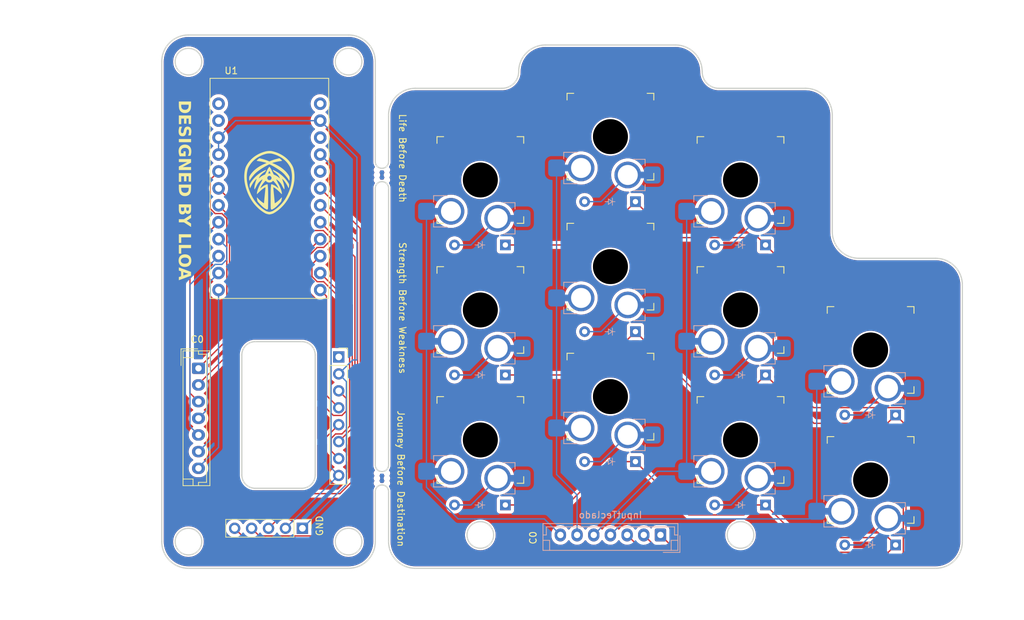
<source format=kicad_pcb>
(kicad_pcb (version 20240108) (generator "pcbnew") (generator_version "8.0")
  (layers (0 "F.Cu" signal) (31 "B.Cu" signal) (34 "B.Paste" user) (35 "F.Paste" user) (36 "B.SilkS" user "B.Silkscreen") (37 "F.SilkS" user "F.Silkscreen") (38 "B.Mask" user) (39 "F.Mask" user) (44 "Edge.Cuts" user))
  (net 0 "")
  (net 1 "Row 1")
  (net 3 "Row 0")
  (net 5 "Row 2")
  (net 8 "Column 0")
  (net 10 "Column 3")
  (net 11 "Column 1")
  (net 12 "Column 2")
  (net 13 "GROUND")
  (net 14 "MisoModu")
  (net 15 "MosiModu")
  (net 16 "NcsModu")
  (net 17 "SckModu")
  (net 18 "MtModu")
  (net 20 "Vin")
  (net 21 "VRX JS")
  (net 22 "SW JS")
  (net 23 "VRY JS")
  (net 24 "Net-(D1-A)")
  (net 25 "Row 0 IN")
  (net 26 "Net-(D2-A)")
  (net 27 "Net-(D3-A)")
  (net 28 "Row 1 IN")
  (net 29 "Net-(D4-A)")
  (net 30 "Net-(D5-A)")
  (net 31 "Net-(D6-A)")
  (net 32 "Net-(D7-A)")
  (net 33 "Row 2 IN")
  (net 34 "Net-(D8-A)")
  (net 35 "Net-(D9-A)")
  (net 36 "Net-(D10-A)")
  (net 37 "Net-(D11-A)")
  (net 38 "Column 0 IN")
  (net 39 "Column 3 IN")
  (net 40 "Column 2 IN")
  (net 41 "Column 1 IN")
  (footprint "key-switches.pretty-main:SW_Gateron_LowProfile_HotSwap_PTH" (layer "F.Cu") (at 156.75 41.75)
    (property "Reference" "S3" (hide yes))
    (property "Value" "Keyswitch" (hide yes))
    (pad "" np_thru_hole circle (at 0 0) (size 5.25 5.25) (drill 5.25) (layers "*.Mask"))
    (pad "1" smd roundrect (at -8.075 4.7) (size 2.5 2.55) (layers "B.Cu" "B.Paste" "B.Mask") (roundrect_rratio 0.2) (net 40 "Column 2 IN"))
    (pad "1" smd rect (at -6.35 4.7) (size 3.9 1) (layers "B.Cu") (net 40 "Column 2 IN"))
    (pad "1" thru_hole circle (at -4.4 4.7) (size 4 4) (drill 3) (layers "*.Cu" "B.Mask") (net 40 "Column 2 IN"))
    (pad "2" thru_hole circle (at 2.6 5.75) (size 4 4) (drill 3) (layers "*.Cu" "B.Mask") (net 27 "Net-(D3-A)"))
    (pad "2" smd rect (at 4.475 5.75) (size 3.75 1) (layers "B.Cu") (net 27 "Net-(D3-A)"))
    (pad "2" smd roundrect (at 6.275 5.75) (size 2.5 2.55) (layers "B.Cu" "B.Paste" "B.Mask") (roundrect_rratio 0.2) (net 27 "Net-(D3-A)"))
  )
  (footprint "key-switches.pretty-main:SW_Gateron_LowProfile_HotSwap_PTH" (layer "F.Cu") (at 137.25 74.25)
    (property "Reference" "S9" (hide yes))
    (property "Value" "Keyswitch" (hide yes))
    (pad "" np_thru_hole circle (at 0 0) (size 5.25 5.25) (drill 5.25) (layers "*.Mask"))
    (pad "1" smd roundrect (at -8.075 4.7) (size 2.5 2.55) (layers "B.Cu" "B.Paste" "B.Mask") (roundrect_rratio 0.2) (net 41 "Column 1 IN"))
    (pad "1" smd rect (at -6.35 4.7) (size 3.9 1) (layers "B.Cu") (net 41 "Column 1 IN"))
    (pad "1" thru_hole circle (at -4.4 4.7) (size 4 4) (drill 3) (layers "*.Cu" "B.Mask") (net 41 "Column 1 IN"))
    (pad "2" thru_hole circle (at 2.6 5.75) (size 4 4) (drill 3) (layers "*.Cu" "B.Mask") (net 35 "Net-(D9-A)"))
    (pad "2" smd rect (at 4.475 5.75) (size 3.75 1) (layers "B.Cu") (net 35 "Net-(D9-A)"))
    (pad "2" smd roundrect (at 6.275 5.75) (size 2.5 2.55) (layers "B.Cu" "B.Paste" "B.Mask") (roundrect_rratio 0.2) (net 35 "Net-(D9-A)"))
  )
  (footprint "LOGO" (layer "F.Cu") (at 86.13 42.121)
    (property "Reference" "G***" (hide yes))
    (property "Value" "LOGO" (hide yes))
  )
  (footprint "key-switches.pretty-main:SW_Gateron_LowProfile_HotSwap_PTH" (layer "F.Cu") (at 176.25 86.75)
    (property "Reference" "S11" (hide yes))
    (property "Value" "Keyswitch" (hide yes))
    (pad "" np_thru_hole circle (at 0 0) (size 5.25 5.25) (drill 5.25) (layers "*.Mask"))
    (pad "1" smd roundrect (at -8.075 4.7) (size 2.5 2.55) (layers "B.Cu" "B.Paste" "B.Mask") (roundrect_rratio 0.2) (net 39 "Column 3 IN"))
    (pad "1" smd rect (at -6.35 4.7) (size 3.9 1) (layers "B.Cu") (net 39 "Column 3 IN"))
    (pad "1" thru_hole circle (at -4.4 4.7) (size 4 4) (drill 3) (layers "*.Cu" "B.Mask") (net 39 "Column 3 IN"))
    (pad "2" thru_hole circle (at 2.6 5.75) (size 4 4) (drill 3) (layers "*.Cu" "B.Mask") (net 37 "Net-(D11-A)"))
    (pad "2" smd rect (at 4.475 5.75) (size 3.75 1) (layers "B.Cu") (net 37 "Net-(D11-A)"))
    (pad "2" smd roundrect (at 6.275 5.75) (size 2.5 2.55) (layers "B.Cu" "B.Paste" "B.Mask") (roundrect_rratio 0.2) (net 37 "Net-(D11-A)"))
  )
  (footprint "Connector_JST:JST_EH_B7B-EH-A_1x07_P2.50mm_Vertical" (layer "F.Cu") (at 75.5 70 -90)
    (property "Reference" "J5" (hide yes))
    (property "Value" "OutputTeclado" (hide yes))
    (pad "1" thru_hole roundrect (at 0 0 270) (size 1.7 1.95) (drill 0.95) (layers "*.Cu" "*.Mask") (roundrect_rratio 0.147059) (net 8 "Column 0"))
    (pad "2" thru_hole oval (at 2.5 0 270) (size 1.7 1.95) (drill 0.95) (layers "*.Cu" "*.Mask") (net 11 "Column 1"))
    (pad "3" thru_hole oval (at 5 0 270) (size 1.7 1.95) (drill 0.95) (layers "*.Cu" "*.Mask") (net 12 "Column 2"))
    (pad "4" thru_hole oval (at 7.5 0 270) (size 1.7 1.95) (drill 0.95) (layers "*.Cu" "*.Mask") (net 10 "Column 3"))
    (pad "5" thru_hole oval (at 10 0 270) (size 1.7 1.95) (drill 0.95) (layers "*.Cu" "*.Mask") (net 3 "Row 0"))
    (pad "6" thru_hole oval (at 12.5 0 270) (size 1.7 1.95) (drill 0.95) (layers "*.Cu" "*.Mask") (net 1 "Row 1"))
    (pad "7" thru_hole oval (at 15 0 270) (size 1.7 1.95) (drill 0.95) (layers "*.Cu" "*.Mask") (net 5 "Row 2"))
  )
  (footprint "key-switches.pretty-main:SW_Gateron_LowProfile_HotSwap_PTH" (layer "F.Cu") (at 117.75 80.75)
    (property "Reference" "S8" (hide yes))
    (property "Value" "Keyswitch" (hide yes))
    (pad "" np_thru_hole circle (at 0 0) (size 5.25 5.25) (drill 5.25) (layers "*.Mask"))
    (pad "1" smd roundrect (at -8.075 4.7) (size 2.5 2.55) (layers "B.Cu" "B.Paste" "B.Mask") (roundrect_rratio 0.2) (net 38 "Column 0 IN"))
    (pad "1" smd rect (at -6.35 4.7) (size 3.9 1) (layers "B.Cu") (net 38 "Column 0 IN"))
    (pad "1" thru_hole circle (at -4.4 4.7) (size 4 4) (drill 3) (layers "*.Cu" "B.Mask") (net 38 "Column 0 IN"))
    (pad "2" thru_hole circle (at 2.6 5.75) (size 4 4) (drill 3) (layers "*.Cu" "B.Mask") (net 34 "Net-(D8-A)"))
    (pad "2" smd rect (at 4.475 5.75) (size 3.75 1) (layers "B.Cu") (net 34 "Net-(D8-A)"))
    (pad "2" smd roundrect (at 6.275 5.75) (size 2.5 2.55) (layers "B.Cu" "B.Paste" "B.Mask") (roundrect_rratio 0.2) (net 34 "Net-(D8-A)"))
  )
  (footprint "key-switches.pretty-main:SW_Gateron_LowProfile_HotSwap_PTH" (layer "F.Cu") (at 176.25 67.25)
    (property "Reference" "S7" (hide yes))
    (property "Value" "Keyswitch" (hide yes))
    (pad "" np_thru_hole circle (at 0 0) (size 5.25 5.25) (drill 5.25) (layers "*.Mask"))
    (pad "1" smd roundrect (at -8.075 4.7) (size 2.5 2.55) (layers "B.Cu" "B.Paste" "B.Mask") (roundrect_rratio 0.2) (net 39 "Column 3 IN"))
    (pad "1" smd rect (at -6.35 4.7) (size 3.9 1) (layers "B.Cu") (net 39 "Column 3 IN"))
    (pad "1" thru_hole circle (at -4.4 4.7) (size 4 4) (drill 3) (layers "*.Cu" "B.Mask") (net 39 "Column 3 IN"))
    (pad "2" thru_hole circle (at 2.6 5.75) (size 4 4) (drill 3) (layers "*.Cu" "B.Mask") (net 32 "Net-(D7-A)"))
    (pad "2" smd rect (at 4.475 5.75) (size 3.75 1) (layers "B.Cu") (net 32 "Net-(D7-A)"))
    (pad "2" smd roundrect (at 6.275 5.75) (size 2.5 2.55) (layers "B.Cu" "B.Paste" "B.Mask") (roundrect_rratio 0.2) (net 32 "Net-(D7-A)"))
  )
  (footprint "key-switches.pretty-main:SW_Gateron_LowProfile_HotSwap_PTH" (layer "F.Cu") (at 156.75 61.25)
    (property "Reference" "S6" (hide yes))
    (property "Value" "Keyswitch" (hide yes))
    (pad "" np_thru_hole circle (at 0 0) (size 5.25 5.25) (drill 5.25) (layers "*.Mask"))
    (pad "1" smd roundrect (at -8.075 4.7) (size 2.5 2.55) (layers "B.Cu" "B.Paste" "B.Mask") (roundrect_rratio 0.2) (net 40 "Column 2 IN"))
    (pad "1" smd rect (at -6.35 4.7) (size 3.9 1) (layers "B.Cu") (net 40 "Column 2 IN"))
    (pad "1" thru_hole circle (at -4.4 4.7) (size 4 4) (drill 3) (layers "*.Cu" "B.Mask") (net 40 "Column 2 IN"))
    (pad "2" thru_hole circle (at 2.6 5.75) (size 4 4) (drill 3) (layers "*.Cu" "B.Mask") (net 31 "Net-(D6-A)"))
    (pad "2" smd rect (at 4.475 5.75) (size 3.75 1) (layers "B.Cu") (net 31 "Net-(D6-A)"))
    (pad "2" smd roundrect (at 6.275 5.75) (size 2.5 2.55) (layers "B.Cu" "B.Paste" "B.Mask") (roundrect_rratio 0.2) (net 31 "Net-(D6-A)"))
  )
  (footprint "SparkFun ProMicro:MODULE_DEV-12587" (layer "F.Cu") (at 86.13 43.01)
    (property "Reference" "U1" (at -5.715 -17.653 0) (layer "F.SilkS"))
    (property "Value" "DEV-12587")
    (pad "JP6_1" thru_hole circle (at 7.62 -12.7) (size 1.8796 1.8796) (drill 1.016) (layers "*.Cu" "*.Mask"))
    (pad "JP6_2" thru_hole circle (at 7.62 -10.16) (size 1.8796 1.8796) (drill 1.016) (layers "*.Cu" "*.Mask") (net 13 "GROUND"))
    (pad "JP6_3" thru_hole circle (at 7.62 -7.62) (size 1.8796 1.8796) (drill 1.016) (layers "*.Cu" "*.Mask"))
    (pad "JP6_4" thru_hole circle (at 7.62 -5.08) (size 1.8796 1.8796) (drill 1.016) (layers "*.Cu" "*.Mask") (net 20 "Vin"))
    (pad "JP6_5" thru_hole circle (at 7.62 -2.54) (size 1.8796 1.8796) (drill 1.016) (layers "*.Cu" "*.Mask"))
    (pad "JP6_6" thru_hole circle (at 7.62 0) (size 1.8796 1.8796) (drill 1.016) (layers "*.Cu" "*.Mask") (net 22 "SW JS"))
    (pad "JP6_7" thru_hole circle (at 7.62 2.54) (size 1.8796 1.8796) (drill 1.016) (layers "*.Cu" "*.Mask") (net 23 "VRY JS"))
    (pad "JP6_8" thru_hole circle (at 7.62 5.08) (size 1.8796 1.8796) (drill 1.016) (layers "*.Cu" "*.Mask") (net 21 "VRX JS"))
    (pad "JP6_9" thru_hole circle (at 7.62 7.62) (size 1.8796 1.8796) (drill 1.016) (layers "*.Cu" "*.Mask") (net 17 "SckModu"))
    (pad "JP6_10" thru_hole circle (at 7.62 10.16) (size 1.8796 1.8796) (drill 1.016) (layers "*.Cu" "*.Mask") (net 14 "MisoModu"))
    (pad "JP6_11" thru_hole circle (at 7.62 12.7) (size 1.8796 1.8796) (drill 1.016) (layers "*.Cu" "*.Mask") (net 15 "MosiModu"))
    (pad "JP6_12" thru_hole circle (at 7.62 15.24) (size 1.8796 1.8796) (drill 1.016) (layers "*.Cu" "*.Mask") (net 16 "NcsModu"))
    (pad "JP7_1" thru_hole circle (at -7.62 15.24) (size 1.8796 1.8796) (drill 1.016) (layers "*.Cu" "*.Mask") (net 5 "Row 2"))
    (pad "JP7_2" thru_hole circle (at -7.62 12.7) (size 1.8796 1.8796) (drill 1.016) (layers "*.Cu" "*.Mask") (net 1 "Row 1"))
    (pad "JP7_3" thru_hole circle (at -7.62 10.16) (size 1.8796 1.8796) (drill 1.016) (layers "*.Cu" "*.Mask") (net 3 "Row 0"))
    (pad "JP7_4" thru_hole circle (at -7.62 7.62) (size 1.8796 1.8796) (drill 1.016) (layers "*.Cu" "*.Mask") (net 10 "Column 3"))
    (pad "JP7_5" thru_hole circle (at -7.62 5.08) (size 1.8796 1.8796) (drill 1.016) (layers "*.Cu" "*.Mask") (net 12 "Column 2"))
    (pad "JP7_6" thru_hole circle (at -7.62 2.54) (size 1.8796 1.8796) (drill 1.016) (layers "*.Cu" "*.Mask") (net 11 "Column 1"))
    (pad "JP7_7" thru_hole circle (at -7.62 0) (size 1.8796 1.8796) (drill 1.016) (layers "*.Cu" "*.Mask") (net 18 "MtModu"))
    (pad "JP7_8" thru_hole circle (at -7.62 -2.54) (size 1.8796 1.8796) (drill 1.016) (layers "*.Cu" "*.Mask") (net 8 "Column 0"))
    (pad "JP7_9" thru_hole circle (at -7.62 -5.08) (size 1.8796 1.8796) (drill 1.016) (layers "*.Cu" "*.Mask") (net 13 "GROUND"))
    (pad "JP7_10" thru_hole circle (at -7.62 -7.62) (size 1.8796 1.8796) (drill 1.016) (layers "*.Cu" "*.Mask") (net 13 "GROUND"))
    (pad "JP7_11" thru_hole circle (at -7.62 -10.16) (size 1.8796 1.8796) (drill 1.016) (layers "*.Cu" "*.Mask"))
    (pad "JP7_12" thru_hole circle (at -7.62 -12.7) (size 1.8796 1.8796) (drill 1.016) (layers "*.Cu" "*.Mask"))
  )
  (footprint "key-switches.pretty-main:SW_Gateron_LowProfile_HotSwap_PTH" (layer "F.Cu") (at 137.25 35.25)
    (property "Reference" "S2" (hide yes))
    (property "Value" "Keyswitch" (hide yes))
    (pad "" np_thru_hole circle (at 0 0) (size 5.25 5.25) (drill 5.25) (layers "*.Mask"))
    (pad "1" smd roundrect (at -8.075 4.7) (size 2.5 2.55) (layers "B.Cu" "B.Paste" "B.Mask") (roundrect_rratio 0.2) (net 41 "Column 1 IN"))
    (pad "1" smd rect (at -6.35 4.7) (size 3.9 1) (layers "B.Cu") (net 41 "Column 1 IN"))
    (pad "1" thru_hole circle (at -4.4 4.7) (size 4 4) (drill 3) (layers "*.Cu" "B.Mask") (net 41 "Column 1 IN"))
    (pad "2" thru_hole circle (at 2.6 5.75) (size 4 4) (drill 3) (layers "*.Cu" "B.Mask") (net 26 "Net-(D2-A)"))
    (pad "2" smd rect (at 4.475 5.75) (size 3.75 1) (layers "B.Cu") (net 26 "Net-(D2-A)"))
    (pad "2" smd roundrect (at 6.275 5.75) (size 2.5 2.55) (layers "B.Cu" "B.Paste" "B.Mask") (roundrect_rratio 0.2) (net 26 "Net-(D2-A)"))
  )
  (footprint "key-switches.pretty-main:SW_Gateron_LowProfile_HotSwap_PTH" (layer "F.Cu") (at 156.75 80.75)
    (property "Reference" "S10" (hide yes))
    (property "Value" "Keyswitch" (hide yes))
    (pad "" np_thru_hole circle (at 0 0) (size 5.25 5.25) (drill 5.25) (layers "*.Mask"))
    (pad "1" smd roundrect (at -8.075 4.7) (size 2.5 2.55) (layers "B.Cu" "B.Paste" "B.Mask") (roundrect_rratio 0.2) (net 40 "Column 2 IN"))
    (pad "1" smd rect (at -6.35 4.7) (size 3.9 1) (layers "B.Cu") (net 40 "Column 2 IN"))
    (pad "1" thru_hole circle (at -4.4 4.7) (size 4 4) (drill 3) (layers "*.Cu" "B.Mask") (net 40 "Column 2 IN"))
    (pad "2" thru_hole circle (at 2.6 5.75) (size 4 4) (drill 3) (layers "*.Cu" "B.Mask") (net 36 "Net-(D10-A)"))
    (pad "2" smd rect (at 4.475 5.75) (size 3.75 1) (layers "B.Cu") (net 36 "Net-(D10-A)"))
    (pad "2" smd roundrect (at 6.275 5.75) (size 2.5 2.55) (layers "B.Cu" "B.Paste" "B.Mask") (roundrect_rratio 0.2) (net 36 "Net-(D10-A)"))
  )
  (footprint "key-switches.pretty-main:SW_Gateron_LowProfile_HotSwap_PTH" (layer "F.Cu") (at 137.25 54.75)
    (property "Reference" "S5" (hide yes))
    (property "Value" "Keyswitch" (hide yes))
    (pad "" np_thru_hole circle (at 0 0) (size 5.25 5.25) (drill 5.25) (layers "*.Mask"))
    (pad "1" smd roundrect (at -8.075 4.7) (size 2.5 2.55) (layers "B.Cu" "B.Paste" "B.Mask") (roundrect_rratio 0.2) (net 41 "Column 1 IN"))
    (pad "1" smd rect (at -6.35 4.7) (size 3.9 1) (layers "B.Cu") (net 41 "Column 1 IN"))
    (pad "1" thru_hole circle (at -4.4 4.7) (size 4 4) (drill 3) (layers "*.Cu" "B.Mask") (net 41 "Column 1 IN"))
    (pad "2" thru_hole circle (at 2.6 5.75) (size 4 4) (drill 3) (layers "*.Cu" "B.Mask") (net 30 "Net-(D5-A)"))
    (pad "2" smd rect (at 4.475 5.75) (size 3.75 1) (layers "B.Cu") (net 30 "Net-(D5-A)"))
    (pad "2" smd roundrect (at 6.275 5.75) (size 2.5 2.55) (layers "B.Cu" "B.Paste" "B.Mask") (roundrect_rratio 0.2) (net 30 "Net-(D5-A)"))
  )
  (footprint "Connector_PinHeader_2.54mm:PinHeader_1x05_P2.54mm_Vertical" (layer "F.Cu") (at 91.08 94 -90)
    (property "Reference" "J4")
    (property "Value" "JoyStickModule")
    (pad "1" thru_hole rect (at 0 0 270) (size 1.7 1.7) (drill 1) (layers "*.Cu" "*.Mask") (net 13 "GROUND"))
    (pad "2" thru_hole oval (at 0 2.54 270) (size 1.7 1.7) (drill 1) (layers "*.Cu" "*.Mask") (net 20 "Vin"))
    (pad "3" thru_hole oval (at 0 5.08 270) (size 1.7 1.7) (drill 1) (layers "*.Cu" "*.Mask") (net 21 "VRX JS"))
    (pad "4" thru_hole oval (at 0 7.62 270) (size 1.7 1.7) (drill 1) (layers "*.Cu" "*.Mask") (net 23 "VRY JS"))
    (pad "5" thru_hole oval (at 0 10.16 270) (size 1.7 1.7) (drill 1) (layers "*.Cu" "*.Mask") (net 22 "SW JS"))
  )
  (footprint "Panelization:mouse-bite-2mm-slot" (layer "F.Cu") (at 103 41 -90)
    (property "Reference" "mouse-bite-2mm-slot" (hide yes))
    (property "Value" "VAL**" (hide yes))
    (pad "" np_thru_hole circle (at -0.75 -0.75 270) (size 0.5 0.5) (drill 0.5) (layers "*.Cu" "*.Mask"))
    (pad "" np_thru_hole circle (at -0.75 0.75 270) (size 0.5 0.5) (drill 0.5) (layers "*.Cu" "*.Mask"))
    (pad "" np_thru_hole circle (at 0 -0.75 270) (size 0.5 0.5) (drill 0.5) (layers "*.Cu" "*.Mask"))
    (pad "" np_thru_hole circle (at 0 0.75 270) (size 0.5 0.5) (drill 0.5) (layers "*.Cu" "*.Mask"))
    (pad "" np_thru_hole circle (at 0.75 -0.75 270) (size 0.5 0.5) (drill 0.5) (layers "*.Cu" "*.Mask"))
    (pad "" np_thru_hole circle (at 0.75 0.75 270) (size 0.5 0.5) (drill 0.5) (layers "*.Cu" "*.Mask"))
  )
  (footprint "Connector_PinSocket_2.54mm:PinSocket_1x08_P2.54mm_Vertical" (layer "F.Cu") (at 96.525 68.3)
    (property "Reference" "J2" (hide yes))
    (property "Value" "MouseModule" (hide yes))
    (pad "1" thru_hole rect (at 0 0) (size 1.7 1.7) (drill 1) (layers "*.Cu" "*.Mask"))
    (pad "2" thru_hole oval (at 0 2.54) (size 1.7 1.7) (drill 1) (layers "*.Cu" "*.Mask") (net 13 "GROUND"))
    (pad "3" thru_hole oval (at 0 5.08) (size 1.7 1.7) (drill 1) (layers "*.Cu" "*.Mask") (net 18 "MtModu"))
    (pad "4" thru_hole oval (at 0 7.62) (size 1.7 1.7) (drill 1) (layers "*.Cu" "*.Mask") (net 16 "NcsModu"))
    (pad "5" thru_hole oval (at 0 10.16) (size 1.7 1.7) (drill 1) (layers "*.Cu" "*.Mask") (net 17 "SckModu"))
    (pad "6" thru_hole oval (at 0 12.7) (size 1.7 1.7) (drill 1) (layers "*.Cu" "*.Mask") (net 15 "MosiModu"))
    (pad "7" thru_hole oval (at 0 15.24) (size 1.7 1.7) (drill 1) (layers "*.Cu" "*.Mask") (net 14 "MisoModu"))
    (pad "8" thru_hole oval (at 0 17.78) (size 1.7 1.7) (drill 1) (layers "*.Cu" "*.Mask") (net 20 "Vin"))
  )
  (footprint "key-switches.pretty-main:SW_Gateron_LowProfile_HotSwap_PTH" (layer "F.Cu") (at 117.75 61.25)
    (property "Reference" "S4" (hide yes))
    (property "Value" "Keyswitch" (hide yes))
    (pad "" np_thru_hole circle (at 0 0) (size 5.25 5.25) (drill 5.25) (layers "*.Mask"))
    (pad "1" smd roundrect (at -8.075 4.7) (size 2.5 2.55) (layers "B.Cu" "B.Paste" "B.Mask") (roundrect_rratio 0.2) (net 38 "Column 0 IN"))
    (pad "1" smd rect (at -6.35 4.7) (size 3.9 1) (layers "B.Cu") (net 38 "Column 0 IN"))
    (pad "1" thru_hole circle (at -4.4 4.7) (size 4 4) (drill 3) (layers "*.Cu" "B.Mask") (net 38 "Column 0 IN"))
    (pad "2" thru_hole circle (at 2.6 5.75) (size 4 4) (drill 3) (layers "*.Cu" "B.Mask") (net 29 "Net-(D4-A)"))
    (pad "2" smd rect (at 4.475 5.75) (size 3.75 1) (layers "B.Cu") (net 29 "Net-(D4-A)"))
    (pad "2" smd roundrect (at 6.275 5.75) (size 2.5 2.55) (layers "B.Cu" "B.Paste" "B.Mask") (roundrect_rratio 0.2) (net 29 "Net-(D4-A)"))
  )
  (footprint "Panelization:mouse-bite-2mm-slot" (layer "F.Cu") (at 103 86.5 90)
    (property "Reference" "mouse-bite-2mm-slot" (hide yes))
    (property "Value" "VAL**" (hide yes))
    (pad "" np_thru_hole circle (at -0.75 -0.75 90) (size 0.5 0.5) (drill 0.5) (layers "*.Cu" "*.Mask"))
    (pad "" np_thru_hole circle (at -0.75 0.75 90) (size 0.5 0.5) (drill 0.5) (layers "*.Cu" "*.Mask"))
    (pad "" np_thru_hole circle (at 0 -0.75 90) (size 0.5 0.5) (drill 0.5) (layers "*.Cu" "*.Mask"))
    (pad "" np_thru_hole circle (at 0 0.75 90) (size 0.5 0.5) (drill 0.5) (layers "*.Cu" "*.Mask"))
    (pad "" np_thru_hole circle (at 0.75 -0.75 90) (size 0.5 0.5) (drill 0.5) (layers "*.Cu" "*.Mask"))
    (pad "" np_thru_hole circle (at 0.75 0.75 90) (size 0.5 0.5) (drill 0.5) (layers "*.Cu" "*.Mask"))
  )
  (footprint "key-switches.pretty-main:SW_Gateron_LowProfile_HotSwap_PTH" (layer "F.Cu") (at 117.75 41.75)
    (property "Reference" "S1" (hide yes))
    (property "Value" "Keyswitch" (hide yes))
    (pad "" np_thru_hole circle (at 0 0) (size 5.25 5.25) (drill 5.25) (layers "*.Mask"))
    (pad "1" smd roundrect (at -8.075 4.7) (size 2.5 2.55) (layers "B.Cu" "B.Paste" "B.Mask") (roundrect_rratio 0.2) (net 38 "Column 0 IN"))
    (pad "1" smd rect (at -6.35 4.7) (size 3.9 1) (layers "B.Cu") (net 38 "Column 0 IN"))
    (pad "1" thru_hole circle (at -4.4 4.7) (size 4 4) (drill 3) (layers "*.Cu" "B.Mask") (net 38 "Column 0 IN"))
    (pad "2" thru_hole circle (at 2.6 5.75) (size 4 4) (drill 3) (layers "*.Cu" "B.Mask") (net 24 "Net-(D1-A)"))
    (pad "2" smd rect (at 4.475 5.75) (size 3.75 1) (layers "B.Cu") (net 24 "Net-(D1-A)"))
    (pad "2" smd roundrect (at 6.275 5.75) (size 2.5 2.55) (layers "B.Cu" "B.Paste" "B.Mask") (roundrect_rratio 0.2) (net 24 "Net-(D1-A)"))
  )
  (footprint "ScottoKeebs_Components:Diode_DO-35" (layer "B.Cu") (at 121.5 51.5 180)
    (property "Reference" "D1" (hide yes))
    (property "Value" "Diode" (hide yes))
    (pad "1" thru_hole rect (at 0 0 180) (size 1.6 1.6) (drill 0.8) (layers "*.Cu" "*.Mask") (net 25 "Row 0 IN"))
    (pad "2" thru_hole oval (at 7.62 0 180) (size 1.6 1.6) (drill 0.8) (layers "*.Cu" "*.Mask") (net 24 "Net-(D1-A)"))
  )
  (footprint "ScottoKeebs_Components:Diode_DO-35" (layer "B.Cu") (at 141 84 180)
    (property "Reference" "D9" (hide yes))
    (property "Value" "Diode" (hide yes))
    (pad "1" thru_hole rect (at 0 0 180) (size 1.6 1.6) (drill 0.8) (layers "*.Cu" "*.Mask") (net 33 "Row 2 IN"))
    (pad "2" thru_hole oval (at 7.62 0 180) (size 1.6 1.6) (drill 0.8) (layers "*.Cu" "*.Mask") (net 35 "Net-(D9-A)"))
  )
  (footprint "ScottoKeebs_Components:Diode_DO-35" (layer "B.Cu") (at 141 45 180)
    (property "Reference" "D2" (hide yes))
    (property "Value" "Diode" (hide yes))
    (pad "1" thru_hole rect (at 0 0 180) (size 1.6 1.6) (drill 0.8) (layers "*.Cu" "*.Mask") (net 25 "Row 0 IN"))
    (pad "2" thru_hole oval (at 7.62 0 180) (size 1.6 1.6) (drill 0.8) (layers "*.Cu" "*.Mask") (net 26 "Net-(D2-A)"))
  )
  (footprint "ScottoKeebs_Components:Diode_DO-35" (layer "B.Cu") (at 160.5 51.5 180)
    (property "Reference" "D3" (hide yes))
    (property "Value" "Diode" (hide yes))
    (pad "1" thru_hole rect (at 0 0 180) (size 1.6 1.6) (drill 0.8) (layers "*.Cu" "*.Mask") (net 25 "Row 0 IN"))
    (pad "2" thru_hole oval (at 7.62 0 180) (size 1.6 1.6) (drill 0.8) (layers "*.Cu" "*.Mask") (net 27 "Net-(D3-A)"))
  )
  (footprint "ScottoKeebs_Components:Diode_DO-35" (layer "B.Cu") (at 160.5 90.5 180)
    (property "Reference" "D10" (hide yes))
    (property "Value" "Diode" (hide yes))
    (pad "1" thru_hole rect (at 0 0 180) (size 1.6 1.6) (drill 0.8) (layers "*.Cu" "*.Mask") (net 33 "Row 2 IN"))
    (pad "2" thru_hole oval (at 7.62 0 180) (size 1.6 1.6) (drill 0.8) (layers "*.Cu" "*.Mask") (net 36 "Net-(D10-A)"))
  )
  (footprint "ScottoKeebs_Components:Diode_DO-35" (layer "B.Cu") (at 121.5 90.5 180)
    (property "Reference" "D8" (hide yes))
    (property "Value" "Diode" (hide yes))
    (pad "1" thru_hole rect (at 0 0 180) (size 1.6 1.6) (drill 0.8) (layers "*.Cu" "*.Mask") (net 33 "Row 2 IN"))
    (pad "2" thru_hole oval (at 7.62 0 180) (size 1.6 1.6) (drill 0.8) (layers "*.Cu" "*.Mask") (net 34 "Net-(D8-A)"))
  )
  (footprint "Connector_JST:JST_EH_B7B-EH-A_1x07_P2.50mm_Vertical" (layer "B.Cu") (at 144.75 95 180)
    (property "Reference" "InputTeclado" (at 7.5 3 0) (layer "B.SilkS") (effects (justify mirror)))
    (property "Value" "Conn_01x07_Socket")
    (pad "1" thru_hole roundrect (at 0 0 180) (size 1.7 1.95) (drill 0.95) (layers "*.Cu" "*.Mask") (roundrect_rratio 0.147059) (net 33 "Row 2 IN"))
    (pad "2" thru_hole oval (at 2.5 0 180) (size 1.7 1.95) (drill 0.95) (layers "*.Cu" "*.Mask") (net 28 "Row 1 IN"))
    (pad "3" thru_hole oval (at 5 0 180) (size 1.7 1.95) (drill 0.95) (layers "*.Cu" "*.Mask") (net 25 "Row 0 IN"))
    (pad "4" thru_hole oval (at 7.5 0 180) (size 1.7 1.95) (drill 0.95) (layers "*.Cu" "*.Mask") (net 39 "Column 3 IN"))
    (pad "5" thru_hole oval (at 10 0 180) (size 1.7 1.95) (drill 0.95) (layers "*.Cu" "*.Mask") (net 40 "Column 2 IN"))
    (pad "6" thru_hole oval (at 12.5 0 180) (size 1.7 1.95) (drill 0.95) (layers "*.Cu" "*.Mask") (net 41 "Column 1 IN"))
    (pad "7" thru_hole oval (at 15 0 180) (size 1.7 1.95) (drill 0.95) (layers "*.Cu" "*.Mask") (net 38 "Column 0 IN"))
  )
  (footprint "ScottoKeebs_Components:Diode_DO-35" (layer "B.Cu") (at 180 77 180)
    (property "Reference" "D7" (hide yes))
    (property "Value" "Diode" (hide yes))
    (pad "1" thru_hole rect (at 0 0 180) (size 1.6 1.6) (drill 0.8) (layers "*.Cu" "*.Mask") (net 28 "Row 1 IN"))
    (pad "2" thru_hole oval (at 7.62 0 180) (size 1.6 1.6) (drill 0.8) (layers "*.Cu" "*.Mask") (net 32 "Net-(D7-A)"))
  )
  (footprint "ScottoKeebs_Components:Diode_DO-35" (layer "B.Cu") (at 160.5 71 180)
    (property "Reference" "D6" (hide yes))
    (property "Value" "Diode" (hide yes))
    (pad "1" thru_hole rect (at 0 0 180) (size 1.6 1.6) (drill 0.8) (layers "*.Cu" "*.Mask") (net 28 "Row 1 IN"))
    (pad "2" thru_hole oval (at 7.62 0 180) (size 1.6 1.6) (drill 0.8) (layers "*.Cu" "*.Mask") (net 31 "Net-(D6-A)"))
  )
  (footprint "ScottoKeebs_Components:Diode_DO-35" (layer "B.Cu") (at 180 96.5 180)
    (property "Reference" "D11" (hide yes))
    (property "Value" "Diode" (hide yes))
    (pad "1" thru_hole rect (at 0 0 180) (size 1.6 1.6) (drill 0.8) (layers "*.Cu" "*.Mask") (net 33 "Row 2 IN"))
    (pad "2" thru_hole oval (at 7.62 0 180) (size 1.6 1.6) (drill 0.8) (layers "*.Cu" "*.Mask") (net 37 "Net-(D11-A)"))
  )
  (footprint "ScottoKeebs_Components:Diode_DO-35" (layer "B.Cu") (at 121.5 71 180)
    (property "Reference" "D4" (hide yes))
    (property "Value" "Diode" (hide yes))
    (pad "1" thru_hole rect (at 0 0 180) (size 1.6 1.6) (drill 0.8) (layers "*.Cu" "*.Mask") (net 28 "Row 1 IN"))
    (pad "2" thru_hole oval (at 7.62 0 180) (size 1.6 1.6) (drill 0.8) (layers "*.Cu" "*.Mask") (net 29 "Net-(D4-A)"))
  )
  (footprint "ScottoKeebs_Components:Diode_DO-35" (layer "B.Cu") (at 141 64.5 180)
    (property "Reference" "D5" (hide yes))
    (property "Value" "Diode" (hide yes))
    (pad "1" thru_hole rect (at 0 0 180) (size 1.6 1.6) (drill 0.8) (layers "*.Cu" "*.Mask") (net 28 "Row 1 IN"))
    (pad "2" thru_hole oval (at 7.62 0 180) (size 1.6 1.6) (drill 0.8) (layers "*.Cu" "*.Mask") (net 30 "Net-(D5-A)"))
  )
  (gr_arc (start 91 66) (mid 92.414214 66.585786) (end 93 68) (stroke (width 0.2)) (layer "Edge.Cuts"))
  (gr_line (start 104 43) (end 104 84.5) (stroke (width 0.2)) (layer "Edge.Cuts"))
  (gr_arc (start 104 39) (mid 103 40) (end 102 39) (stroke (width 0.2)) (layer "Edge.Cuts"))
  (gr_circle (center 74 24) (end 74 22) (stroke (width 0.2)) (fill none) (layer "Edge.Cuts"))
  (gr_line (start 91 88) (end 84 88) (stroke (width 0.2)) (layer "Edge.Cuts"))
  (gr_line (start 70 96) (end 70 24) (stroke (width 0.2)) (layer "Edge.Cuts"))
  (gr_line (start 102 39) (end 102 29) (stroke (width 0.2)) (layer "Edge.Cuts"))
  (gr_line (start 102 84.5) (end 102 43) (stroke (width 0.2)) (layer "Edge.Cuts"))
  (gr_arc (start 102 96) (mid 100.828427 98.828427) (end 98 100) (stroke (width 0.2)) (layer "Edge.Cuts"))
  (gr_arc (start 84 88) (mid 82.585786 87.414214) (end 82 86) (stroke (width 0.2)) (layer "Edge.Cuts"))
  (gr_arc (start 70 24) (mid 71.171573 21.171573) (end 74 20) (stroke (width 0.2)) (layer "Edge.Cuts"))
  (gr_line (start 104 39) (end 104 32) (stroke (width 0.2)) (layer "Edge.Cuts"))
  (gr_arc (start 102 88.5) (mid 103 87.5) (end 104 88.5) (stroke (width 0.2)) (layer "Edge.Cuts"))
  (gr_arc (start 166.5 28) (mid 169.328427 29.171573) (end 170.5 32) (stroke (width 0.2)) (layer "Edge.Cuts"))
  (gr_arc (start 82 68) (mid 82.585786 66.585786) (end 84 66) (stroke (width 0.2)) (layer "Edge.Cuts"))
  (gr_arc (start 74 100) (mid 71.171573 98.828427) (end 70 96) (stroke (width 0.2)) (layer "Edge.Cuts"))
  (gr_line (start 98 100) (end 74 100) (stroke (width 0.2)) (layer "Edge.Cuts"))
  (gr_arc (start 123.5 25.5) (mid 124.671573 22.671573) (end 127.5 21.5) (stroke (width 0.2)) (layer "Edge.Cuts"))
  (gr_arc (start 147 21.5) (mid 149.828427 22.671573) (end 151 25.5) (stroke (width 0.2)) (layer "Edge.Cuts"))
  (gr_line (start 82 68) (end 82 86) (stroke (width 0.2)) (layer "Edge.Cuts"))
  (gr_line (start 108 28) (end 121 28) (stroke (width 0.2)) (layer "Edge.Cuts"))
  (gr_arc (start 153.5 28) (mid 151.732233 27.267767) (end 151 25.5) (stroke (width 0.2)) (layer "Edge.Cuts"))
  (gr_line (start 93 68) (end 93 86) (stroke (width 0.2)) (layer "Edge.Cuts"))
  (gr_arc (start 104 32) (mid 105.171573 29.171573) (end 108 28) (stroke (width 0.2)) (layer "Edge.Cuts"))
  (gr_line (start 186 53.5) (end 174.5 53.5) (stroke (width 0.2)) (layer "Edge.Cuts"))
  (gr_arc (start 108 100) (mid 105.171573 98.828427) (end 104 96) (stroke (width 0.2)) (layer "Edge.Cuts"))
  (gr_line (start 108 100) (end 186 100) (stroke (width 0.2)) (layer "Edge.Cuts"))
  (gr_circle (center 156.75 95) (end 158.75 95) (stroke (width 0.2)) (fill none) (layer "Edge.Cuts"))
  (gr_circle (center 98 96) (end 98 98) (stroke (width 0.2)) (fill none) (layer "Edge.Cuts"))
  (gr_line (start 74 20) (end 98 20) (stroke (width 0.2)) (layer "Edge.Cuts"))
  (gr_arc (start 123.5 25.5) (mid 122.767767 27.267767) (end 121 28) (stroke (width 0.2)) (layer "Edge.Cuts"))
  (gr_line (start 102 96) (end 102 88.5) (stroke (width 0.2)) (layer "Edge.Cuts"))
  (gr_arc (start 102 43) (mid 103 42) (end 104 43) (stroke (width 0.2)) (layer "Edge.Cuts"))
  (gr_line (start 91 66) (end 84 66) (stroke (width 0.2)) (layer "Edge.Cuts"))
  (gr_line (start 170.5 32) (end 170.5 49.5) (stroke (width 0.2)) (layer "Edge.Cuts"))
  (gr_line (start 127.5 21.5) (end 147 21.5) (stroke (width 0.2)) (layer "Edge.Cuts"))
  (gr_line (start 190 96) (end 190 57.5) (stroke (width 0.2)) (layer "Edge.Cuts"))
  (gr_line (start 166.5 28) (end 153.5 28) (stroke (width 0.2)) (layer "Edge.Cuts"))
  (gr_arc (start 190 96) (mid 188.828427 98.828427) (end 186 100) (stroke (width 0.2)) (layer "Edge.Cuts"))
  (gr_arc (start 98 20) (mid 100.828427 21.171573) (end 102 24) (stroke (width 0.2)) (layer "Edge.Cuts"))
  (gr_circle (center 98 24) (end 98 22) (stroke (width 0.2)) (fill none) (layer "Edge.Cuts"))
  (gr_line (start 102 29) (end 102 24) (stroke (width 0.2)) (layer "Edge.Cuts"))
  (gr_arc (start 93 86) (mid 92.414214 87.414214) (end 91 88) (stroke (width 0.2)) (layer "Edge.Cuts"))
  (gr_circle (center 117.75 95) (end 119.75 95) (stroke (width 0.2)) (fill none) (layer "Edge.Cuts"))
  (gr_arc (start 104 84.5) (mid 103 85.5) (end 102 84.5) (stroke (width 0.2)) (layer "Edge.Cuts"))
  (gr_arc (start 174.5 53.5) (mid 171.671573 52.328427) (end 170.5 49.5) (stroke (width 0.2)) (layer "Edge.Cuts"))
  (gr_line (start 104 96) (end 104 88.5) (stroke (width 0.2)) (layer "Edge.Cuts"))
  (gr_arc (start 186 53.5) (mid 188.828427 54.671573) (end 190 57.5) (stroke (width 0.2)) (layer "Edge.Cuts"))
  (gr_circle (center 74 96) (end 74 98) (stroke (width 0.2)) (fill none) (layer "Edge.Cuts"))
  (gr_text "Life Before Death" (at 105.5 31.75 270) (layer "F.SilkS") (effects (font (size 1 1)) (justify left bottom)))
  (gr_text "Strength Before Weakness" (at 105.5 51 270) (layer "F.SilkS") (effects (font (size 1 1)) (justify left bottom)))
  (gr_text "Journey Before Destination" (at 105.25 76.25 270) (layer "F.SilkS") (effects (font (size 1 1)) (justify left bottom)))
  (gr_text "GND" (at 94.25 95.25 90) (layer "F.SilkS") (effects (font (size 1 1)) (justify left bottom)))
  (gr_text "C0" (at 126.25 96.5 90) (layer "F.SilkS") (effects (font (size 1 1)) (justify left bottom)))
  (gr_text "C0" (at 74.25 66.25 0) (layer "F.SilkS") (effects (font (size 1 1)) (justify left bottom)))
  (gr_text "DESIGNED BY LLOA" (at 72.25 29.75 270) (layer "F.SilkS") (effects (font (size 1.8 1.8) (thickness 0.2) (bold yes)) (justify left bottom)))
  (segment (start 77.2702 80.7298) (end 77.2702 56.9498) (width 0.2) (layer "B.Cu") (net 1))
  (segment (start 77.2702 56.9498) (end 78.51 55.71) (width 0.2) (layer "B.Cu") (net 1))
  (segment (start 75.5 82.5) (end 77.2702 80.7298) (width 0.2) (layer "B.Cu") (net 1))
  (segment (start 75.5 80) (end 74.225 78.725) (width 0.2) (layer "B.Cu") (net 3))
  (segment (start 74.225 78.725) (end 74.225 57.455) (width 0.2) (layer "B.Cu") (net 3))
  (segment (start 74.225 57.455) (end 78.51 53.17) (width 0.2) (layer "B.Cu") (net 3))
  (segment (start 75.5 85) (end 75.5 84.875) (width 0.2) (layer "B.Cu") (net 5))
  (segment (start 75.5 84.875) (end 78.51 81.865) (width 0.2) (layer "B.Cu") (net 5))
  (segment (start 78.51 81.865) (end 78.51 58.25) (width 0.2) (layer "B.Cu") (net 5))
  (segment (start 79.7498 65.7502) (end 79.7498 47.516058) (width 0.2) (layer "F.Cu") (net 8))
  (segment (start 79.7498 47.516058) (end 79.023542 46.7898) (width 0.2) (layer "F.Cu") (net 8))
  (segment (start 79.023542 46.7898) (end 77.996458 46.7898) (width 0.2) (layer "F.Cu") (net 8))
  (segment (start 77.996458 46.7898) (end 77.2702 46.063542) (width 0.2) (layer "F.Cu") (net 8))
  (segment (start 77.2702 46.063542) (end 77.2702 41.7098) (width 0.2) (layer "F.Cu") (net 8))
  (segment (start 75.5 70) (end 79.7498 65.7502) (width 0.2) (layer "F.Cu") (net 8))
  (segment (start 77.2702 41.7098) (end 78.51 40.47) (width 0.2) (layer "F.Cu") (net 8))
  (segment (start 77.996458 54.4098) (end 79.023542 54.4098) (width 0.2) (layer "B.Cu") (net 10))
  (segment (start 79.7498 51.8698) (end 78.51 50.63) (width 0.2) (layer "B.Cu") (net 10))
  (segment (start 75.5 77.5) (end 76.775 76.225) (width 0.2) (layer "B.Cu") (net 10))
  (segment (start 79.7498 53.683542) (end 79.7498 51.8698) (width 0.2) (layer "B.Cu") (net 10))
  (segment (start 76.775 55.631258) (end 77.996458 54.4098) (width 0.2) (layer "B.Cu") (net 10))
  (segment (start 79.023542 54.4098) (end 79.7498 53.683542) (width 0.2) (layer "B.Cu") (net 10))
  (segment (start 76.775 76.225) (end 76.775 55.631258) (width 0.2) (layer "B.Cu") (net 10))
  (segment (start 80.1498 47.1898) (end 78.51 45.55) (width 0.2) (layer "F.Cu") (net 11))
  (segment (start 80.1498 67.7252) (end 80.1498 47.1898) (width 0.2) (layer "F.Cu") (net 11))
  (segment (start 75.5 72.5) (end 75.5 72.375) (width 0.2) (layer "F.Cu") (net 11))
  (segment (start 75.5 72.375) (end 80.1498 67.7252) (width 0.2) (layer "F.Cu") (net 11))
  (segment (start 74.225 52.375) (end 78.51 48.09) (width 0.2) (layer "F.Cu") (net 12))
  (segment (start 74.225 73.725) (end 74.225 52.375) (width 0.2) (layer "F.Cu") (net 12))
  (segment (start 75.5 75) (end 74.225 73.725) (width 0.2) (layer "F.Cu") (net 12))
  (segment (start 93.75 32.85) (end 99.25 38.35) (width 0.2) (layer "B.Cu") (net 13))
  (segment (start 99.25 38.35) (end 99.25 68.75) (width 0.2) (layer "B.Cu") (net 13))
  (segment (start 81.05 32.85) (end 78.51 35.39) (width 0.2) (layer "B.Cu") (net 13))
  (segment (start 78.51 35.39) (end 78.51 37.93) (width 0.2) (layer "B.Cu") (net 13))
  (segment (start 93.75 32.85) (end 81.05 32.85) (width 0.2) (layer "B.Cu") (net 13))
  (segment (start 97.675 87.405) (end 97.675 71.99) (width 0.2) (layer "B.Cu") (net 13))
  (segment (start 99.25 68.75) (end 98.615 68.75) (width 0.2) (layer "B.Cu") (net 13))
  (segment (start 97.675 71.99) (end 96.525 70.84) (width 0.2) (layer "B.Cu") (net 13))
  (segment (start 98.615 68.75) (end 96.525 70.84) (width 0.2) (layer "B.Cu") (net 13))
  (segment (start 91.08 94) (end 97.675 87.405) (width 0.2) (layer "B.Cu") (net 13))
  (segment (start 98.15 78.701346) (end 97.001346 79.85) (width 0.2) (layer "F.Cu") (net 14))
  (segment (start 95.375 82.39) (end 96.525 83.54) (width 0.2) (layer "F.Cu") (net 14))
  (segment (start 92.5102 56.223542) (end 93.296858 57.0102) (width 0.2) (layer "F.Cu") (net 14))
  (segment (start 96.048654 79.85) (end 95.375 80.523654) (width 0.2) (layer "F.Cu") (net 14))
  (segment (start 98.15 60.896658) (end 98.15 78.701346) (width 0.2) (layer "F.Cu") (net 14))
  (segment (start 95.375 80.523654) (end 95.375 82.39) (width 0.2) (layer "F.Cu") (net 14))
  (segment (start 94.263542 57.0102) (end 98.15 60.896658) (width 0.2) (layer "F.Cu") (net 14))
  (segment (start 92.5102 54.4098) (end 92.5102 56.223542) (width 0.2) (layer "F.Cu") (net 14))
  (segment (start 93.296858 57.0102) (end 94.263542 57.0102) (width 0.2) (layer "F.Cu") (net 14))
  (segment (start 93.75 53.17) (end 92.5102 54.4098) (width 0.2) (layer "F.Cu") (net 14))
  (segment (start 97.001346 79.85) (end 96.048654 79.85) (width 0.2) (layer "F.Cu") (net 14))
  (segment (start 98.55 60.51) (end 98.55 78.975) (width 0.2) (layer "F.Cu") (net 15))
  (segment (start 98.55 78.975) (end 96.525 81) (width 0.2) (layer "F.Cu") (net 15))
  (segment (start 93.75 55.71) (end 98.55 60.51) (width 0.2) (layer "F.Cu") (net 15))
  (segment (start 94.689799 59.189799) (end 94.689799 74.084799) (width 0.2) (layer "F.Cu") (net 16))
  (segment (start 94.689799 74.084799) (end 96.525 75.92) (width 0.2) (layer "F.Cu") (net 16))
  (segment (start 93.75 58.25) (end 94.689799 59.189799) (width 0.2) (layer "F.Cu") (net 16))
  (segment (start 81.25 86.75) (end 81.25 63.13) (width 0.2) (layer "F.Cu") (net 17))
  (segment (start 93.4 81.585) (end 93.4 87.00626) (width 0.2) (layer "F.Cu") (net 17))
  (segment (start 92.004324 88.401936) (end 82.901936 88.401936) (width 0.2) (layer "F.Cu") (net 17))
  (segment (start 81.25 63.13) (end 93.75 50.63) (width 0.2) (layer "F.Cu") (net 17))
  (segment (start 82.901936 88.401936) (end 81.25 86.75) (width 0.2) (layer "F.Cu") (net 17))
  (segment (start 96.525 78.46) (end 93.4 81.585) (width 0.2) (layer "F.Cu") (net 17))
  (segment (start 93.4 87.00626) (end 92.004324 88.401936) (width 0.2) (layer "F.Cu") (net 17))
  (segment (start 84.8298 49.3298) (end 78.51 43.01) (width 0.2) (layer "F.Cu") (net 18))
  (segment (start 91.25 53.916658) (end 93.296858 51.8698) (width 0.2) (layer "F.Cu") (net 18))
  (segment (start 93.407928 74.757928) (end 93.407928 59.907928) (width 0.2) (layer "F.Cu") (net 18))
  (segment (start 94.203142 49.3298) (end 84.8298 49.3298) (width 0.2) (layer "F.Cu") (net 18))
  (segment (start 95.72 77.07) (end 93.407928 74.757928) (width 0.2) (layer "F.Cu") (net 18))
  (segment (start 94.263542 51.8698) (end 95.25 50.883342) (width 0.2) (layer "F.Cu") (net 18))
  (segment (start 91.25 57.75) (end 91.25 53.916658) (width 0.2) (layer "F.Cu") (net 18))
  (segment (start 95.25 50.376658) (end 94.203142 49.3298) (width 0.2) (layer "F.Cu") (net 18))
  (segment (start 95.25 50.883342) (end 95.25 50.376658) (width 0.2) (layer "F.Cu") (net 18))
  (segment (start 97.675 76.396346) (end 97.001346 77.07) (width 0.2) (layer "F.Cu") (net 18))
  (segment (start 93.407928 59.907928) (end 91.25 57.75) (width 0.2) (layer "F.Cu") (net 18))
  (segment (start 97.675 74.53) (end 97.675 76.396346) (width 0.2) (layer "F.Cu") (net 18))
  (segment (start 96.525 73.38) (end 97.675 74.53) (width 0.2) (layer "F.Cu") (net 18))
  (segment (start 97.001346 77.07) (end 95.72 77.07) (width 0.2) (layer "F.Cu") (net 18))
  (segment (start 93.296858 51.8698) (end 94.263542 51.8698) (width 0.2) (layer "F.Cu") (net 18))
  (segment (start 88.54 94) (end 96.46 86.08) (width 0.2) (layer "B.Cu") (net 20))
  (segment (start 96.46 86.08) (end 96.525 86.08) (width 0.2) (layer "B.Cu") (net 20))
  (segment (start 96.525 86.08) (end 95.375 84.93) (width 0.2) (layer "B.Cu") (net 20))
  (segment (start 95.375 84.93) (end 95.375 39.555) (width 0.2) (layer "B.Cu") (net 20))
  (segment (start 95.375 39.555) (end 93.75 37.93) (width 0.2) (layer "B.Cu") (net 20))
  (segment (start 86 94) (end 91.197063 88.802937) (width 0.2) (layer "F.Cu") (net 21))
  (segment (start 91.197063 88.802937) (end 96.697063 88.802937) (width 0.2) (layer "F.Cu") (net 21))
  (segment (start 98.95 86.55) (end 98.95 53.29) (width 0.2) (layer "F.Cu") (net 21))
  (segment (start 96.697063 88.802937) (end 98.95 86.55) (width 0.2) (layer "F.Cu") (net 21))
  (segment (start 98.95 53.29) (end 93.75 48.09) (width 0.2) (layer "F.Cu") (net 21))
  (segment (start 80.92 94) (end 82.47 95.55) (width 0.2) (layer "F.Cu") (net 22))
  (segment (start 93.015686 95.55) (end 99.75 88.815686) (width 0.2) (layer "F.Cu") (net 22))
  (segment (start 99.75 49.01) (end 93.75 43.01) (width 0.2) (layer "F.Cu") (net 22))
  (segment (start 99.75 88.815686) (end 99.75 49.01) (width 0.2) (layer "F.Cu") (net 22))
  (segment (start 82.47 95.55) (end 93.015686 95.55) (width 0.2) (layer "F.Cu") (net 22))
  (segment (start 99.35 88.65) (end 99.35 51.15) (width 0.2) (layer "F.Cu") (net 23))
  (segment (start 84.61 95.15) (end 92.85 95.15) (width 0.2) (layer "F.Cu") (net 23))
  (segment (start 99.35 51.15) (end 93.75 45.55) (width 0.2) (layer "F.Cu") (net 23))
  (segment (start 83.46 94) (end 84.61 95.15) (width 0.2) (layer "F.Cu") (net 23))
  (segment (start 92.85 95.15) (end 99.35 88.65) (width 0.2) (layer "F.Cu") (net 23))
  (segment (start 120.35 47.5) (end 116.35 51.5) (width 0.2) (layer "B.Cu") (net 24))
  (segment (start 116.35 51.5) (end 113.88 51.5) (width 0.2) (layer "B.Cu") (net 24))
  (segment (start 181.55 76.35) (end 181.55 97.865686) (width 0.2) (layer "F.Cu") (net 25))
  (segment (start 161.65 69.85) (end 167.7 75.9) (width 0.2) (layer "F.Cu") (net 25))
  (segment (start 146.4 50.4) (end 159.4 50.4) (width 0.2) (layer "F.Cu") (net 25))
  (segment (start 121.5 51.5) (end 134.5 51.5) (width 0.2) (layer "F.Cu") (net 25))
  (segment (start 181.55 97.865686) (end 180.915686 98.5) (width 0.2) (layer "F.Cu") (net 25))
  (segment (start 160.5 51.5) (end 161.65 52.65) (width 0.2) (layer "F.Cu") (net 25))
  (segment (start 167.7 75.9) (end 181.1 75.9) (width 0.2) (layer "F.Cu") (net 25))
  (segment (start 134.5 51.5) (end 141 45) (width 0.2) (layer "F.Cu") (net 25))
  (segment (start 143.25 98.5) (end 139.75 95) (width 0.2) (layer "F.Cu") (net 25))
  (segment (start 141 45) (end 146.4 50.4) (width 0.2) (layer "F.Cu") (net 25))
  (segment (start 180.915686 98.5) (end 143.25 98.5) (width 0.2) (layer "F.Cu") (net 25))
  (segment (start 181.1 75.9) (end 181.55 76.35) (width 0.2) (layer "F.Cu") (net 25))
  (segment (start 159.4 50.4) (end 160.5 51.5) (width 0.2) (layer "F.Cu") (net 25))
  (segment (start 161.65 52.65) (end 161.65 69.85) (width 0.2) (layer "F.Cu") (net 25))
  (segment (start 135.85 45) (end 133.38 45) (width 0.2) (layer "B.Cu") (net 26))
  (segment (start 139.85 41) (end 135.85 45) (width 0.2) (layer "B.Cu") (net 26))
  (segment (start 155.35 51.5) (end 152.88 51.5) (width 0.2) (layer "B.Cu") (net 27))
  (segment (start 159.35 47.5) (end 155.35 51.5) (width 0.2) (layer "B.Cu") (net 27))
  (segment (start 121.5 71) (end 134.5 71) (width 0.2) (layer "F.Cu") (net 28))
  (segment (start 180 77) (end 181.15 78.15) (width 0.2) (layer "F.Cu") (net 28))
  (segment (start 145.25 98) (end 142.25 95) (width 0.2) (layer "F.Cu") (net 28))
  (segment (start 157.25 74.25) (end 160.5 71) (width 0.2) (layer "F.Cu") (net 28))
  (segment (start 150.75 74.25) (end 157.25 74.25) (width 0.2) (layer "F.Cu") (net 28))
  (segment (start 181.15 78.15) (end 181.15 97.7) (width 0.2) (layer "F.Cu") (net 28))
  (segment (start 167.75 78.25) (end 178.75 78.25) (width 0.2) (layer "F.Cu") (net 28))
  (segment (start 134.5 71) (end 141 64.5) (width 0.2) (layer "F.Cu") (net 28))
  (segment (start 178.75 78.25) (end 180 77) (width 0.2) (layer "F.Cu") (net 28))
  (segment (start 180.85 98) (end 145.25 98) (width 0.2) (layer "F.Cu") (net 28))
  (segment (start 141 64.5) (end 150.75 74.25) (width 0.2) (layer "F.Cu") (net 28))
  (segment (start 160.5 71) (end 167.75 78.25) (width 0.2) (layer "F.Cu") (net 28))
  (segment (start 181.15 97.7) (end 180.85 98) (width 0.2) (layer "F.Cu") (net 28))
  (segment (start 120.35 67) (end 116.35 71) (width 0.2) (layer "B.Cu") (net 29))
  (segment (start 116.35 71) (end 113.88 71) (width 0.2) (layer "B.Cu") (net 29))
  (segment (start 135.85 64.5) (end 133.38 64.5) (width 0.2) (layer "B.Cu") (net 30))
  (segment (start 139.85 60.5) (end 135.85 64.5) (width 0.2) (layer "B.Cu") (net 30))
  (segment (start 159.35 67) (end 155.35 71) (width 0.2) (layer "B.Cu") (net 31))
  (segment (start 155.35 71) (end 152.88 71) (width 0.2) (layer "B.Cu") (net 31))
  (segment (start 174.85 77) (end 172.38 77) (width 0.2) (layer "B.Cu") (net 32))
  (segment (start 178.85 73) (end 174.85 77) (width 0.2) (layer "B.Cu") (net 32))
  (segment (start 121.5 90.5) (end 130.75 90.5) (width 0.2) (layer "F.Cu") (net 33))
  (segment (start 178.9 95.4) (end 180 96.5) (width 0.2) (layer "F.Cu") (net 33))
  (segment (start 178.9 97.6) (end 147.35 97.6) (width 0.2) (layer "F.Cu") (net 33))
  (segment (start 141 84) (end 149 92) (width 0.2) (layer "F.Cu") (net 33))
  (segment (start 165.4 95.4) (end 178.9 95.4) (width 0.2) (layer "F.Cu") (net 33))
  (segment (start 130.75 90.5) (end 137.25 84) (width 0.2) (layer "F.Cu") (net 33))
  (segment (start 147.35 97.6) (end 144.75 95) (width 0.2) (layer "F.Cu") (net 33))
  (segment (start 158.75 90.5) (end 160.5 90.5) (width 0.2) (layer "F.Cu") (net 33))
  (segment (start 160.5 90.5) (end 165.4 95.4) (width 0.2) (layer "F.Cu") (net 33))
  (segment (start 149 92) (end 157.25 92) (width 0.2) (layer "F.Cu") (net 33))
  (segment (start 180 96.5) (end 178.9 97.6) (width 0.2) (layer "F.Cu") (net 33))
  (segment (start 137.25 84) (end 141 84) (width 0.2) (layer "F.Cu") (net 33))
  (segment (start 157.25 92) (end 158.75 90.5) (width 0.2) (layer "F.Cu") (net 33))
  (segment (start 116.35 90.5) (end 113.88 90.5) (width 0.2) (layer "B.Cu") (net 34))
  (segment (start 120.35 86.5) (end 116.35 90.5) (width 0.2) (layer "B.Cu") (net 34))
  (segment (start 139.85 80) (end 135.85 84) (width 0.2) (layer "B.Cu") (net 35))
  (segment (start 135.85 84) (end 133.38 84) (width 0.2) (layer "B.Cu") (net 35))
  (segment (start 155.35 90.5) (end 152.88 90.5) (width 0.2) (layer "B.Cu") (net 36))
  (segment (start 159.35 86.5) (end 155.35 90.5) (width 0.2) (layer "B.Cu") (net 36))
  (segment (start 178.85 92.5) (end 174.85 96.5) (width 0.2) (layer "B.Cu") (net 37))
  (segment (start 174.85 96.5) (end 172.38 96.5) (width 0.2) (layer "B.Cu") (net 37))
  (segment (start 109.675 65.95) (end 109.675 85.45) (width 0.2) (layer "B.Cu") (net 38))
  (segment (start 129.75 95) (end 127.347548 92.597548) (width 0.2) (layer "B.Cu") (net 38))
  (segment (start 109.675 87.850635) (end 109.675 85.45) (width 0.2) (layer "B.Cu") (net 38))
  (segment (start 127.347548 92.597548) (end 114.421913 92.597548) (width 0.2) (layer "B.Cu") (net 38))
  (segment (start 109.675 46.45) (end 109.675 65.95) (width 0.2) (layer "B.Cu") (net 38))
  (segment (start 114.421913 92.597548) (end 109.675 87.850635) (width 0.2) (layer "B.Cu") (net 38))
  (segment (start 167.027452 92.597548) (end 168.175 91.45) (width 0.2) (layer "B.Cu") (net 39))
  (segment (start 137.25 95) (end 139.652452 92.597548) (width 0.2) (layer "B.Cu") (net 39))
  (segment (start 168.175 71.95) (end 168.175 91.45) (width 0.2) (layer "B.Cu") (net 39))
  (segment (start 139.652452 92.597548) (end 167.027452 92.597548) (width 0.2) (layer "B.Cu") (net 39))
  (segment (start 148.675 46.45) (end 148.675 65.95) (width 0.2) (layer "B.Cu") (net 40))
  (segment (start 134.75 95) (end 144.3 85.45) (width 0.2) (layer "B.Cu") (net 40))
  (segment (start 144.3 85.45) (end 148.675 85.45) (width 0.2) (layer "B.Cu") (net 40))
  (segment (start 148.675 65.95) (end 148.675 85.45) (width 0.2) (layer "B.Cu") (net 40))
  (segment (start 132.25 89) (end 129.175 85.925) (width 0.2) (layer "B.Cu") (net 41))
  (segment (start 132.25 95) (end 132.25 89) (width 0.2) (layer "B.Cu") (net 41))
  (segment (start 129.175 78.95) (end 129.175 59.45) (width 0.2) (layer "B.Cu") (net 41))
  (segment (start 129.175 85.925) (end 129.175 78.95) (width 0.2) (layer "B.Cu") (net 41))
  (segment (start 129.175 39.95) (end 129.175 59.45) (width 0.2) (layer "B.Cu") (net 41))
  (zone (net 0) (net_name "") (layers "F&B.Cu") (connect_pads (clearance 0.5)) (min_thickness 0.25) (fill yes (thermal_gap 0.5) (thermal_bridge_width 0.5) (island_removal_mode 1) (island_area_min 10))
    (polygon (pts (xy 60.25 14.75) (xy 199.25 14.75) (xy 199.25 104.5) (xy 196 107.75) (xy 56.25 107.75) (xy 45.75 97.25) (xy 45.75 29.25)))
  )
)
</source>
